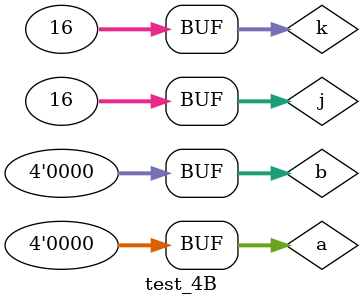
<source format=v>
module test_4B;

  reg [3:0] a,b;
  wire g,l,e;
 
  comp_4B c(a,b,g,l,e);
integer k,j;

initial 
begin
	a=0;
	b=0;
	for(k=0;k<16;k=k+1)
	begin
		a=a+1;
		for(j=0;j<16;j=j+1)
		begin
			b=b+1;
			#5;
		end
	end
end
endmodule

</source>
